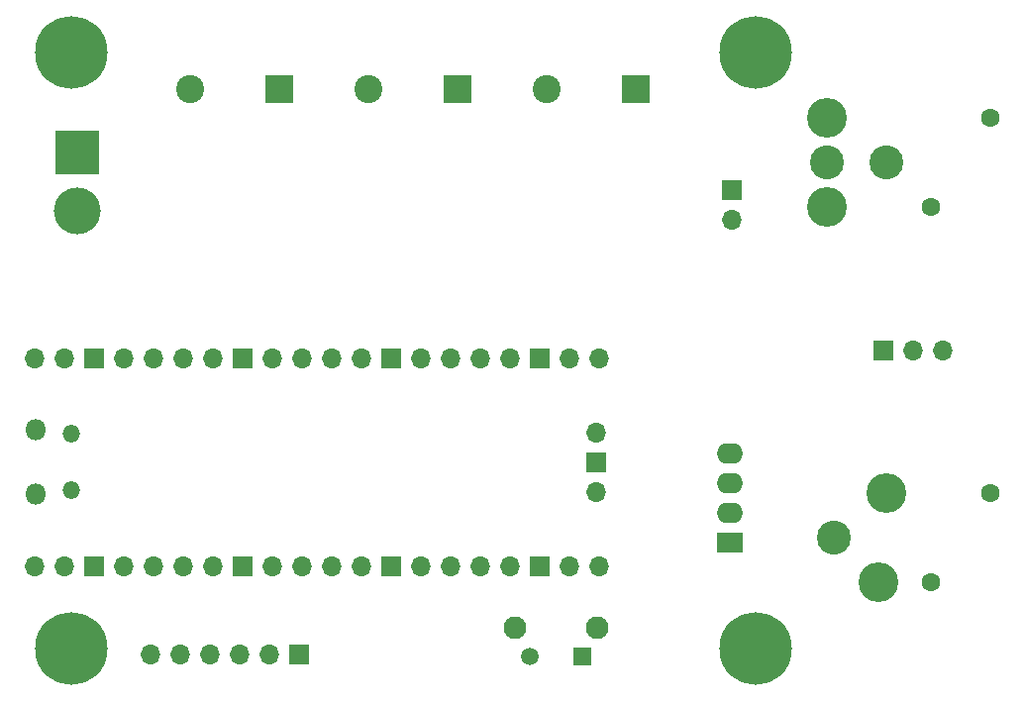
<source format=gbr>
%TF.GenerationSoftware,KiCad,Pcbnew,(6.0.0-0)*%
%TF.CreationDate,2022-10-24T17:37:50+01:00*%
%TF.ProjectId,PicoPyro,5069636f-5079-4726-9f2e-6b696361645f,rev?*%
%TF.SameCoordinates,Original*%
%TF.FileFunction,Soldermask,Bot*%
%TF.FilePolarity,Negative*%
%FSLAX46Y46*%
G04 Gerber Fmt 4.6, Leading zero omitted, Abs format (unit mm)*
G04 Created by KiCad (PCBNEW (6.0.0-0)) date 2022-10-24 17:37:50*
%MOMM*%
%LPD*%
G01*
G04 APERTURE LIST*
%ADD10R,1.500000X1.500000*%
%ADD11C,1.500000*%
%ADD12C,1.950000*%
%ADD13R,2.400000X2.400000*%
%ADD14C,2.400000*%
%ADD15R,1.700000X1.700000*%
%ADD16O,1.700000X1.700000*%
%ADD17O,1.500000X1.500000*%
%ADD18O,1.800000X1.800000*%
%ADD19C,4.000000*%
%ADD20R,3.800000X3.800000*%
%ADD21C,6.200000*%
%ADD22R,2.250000X1.750000*%
%ADD23O,2.250000X1.750000*%
%ADD24C,3.400000*%
%ADD25C,2.900000*%
%ADD26C,1.600000*%
G04 APERTURE END LIST*
D10*
%TO.C,S701*%
X174750000Y-115162500D03*
D11*
X170250000Y-115162500D03*
D12*
X176000000Y-112662500D03*
X169000000Y-112662500D03*
%TD*%
D13*
%TO.C,J501*%
X179300000Y-66600000D03*
D14*
X171680000Y-66600000D03*
%TD*%
D13*
%TO.C,J202*%
X148810000Y-66600000D03*
D14*
X141190000Y-66600000D03*
%TD*%
D13*
%TO.C,J201*%
X164060000Y-66600000D03*
D14*
X156440000Y-66600000D03*
%TD*%
D15*
%TO.C,J503*%
X187500000Y-75225000D03*
D16*
X187500000Y-77765000D03*
%TD*%
%TO.C,U001*%
X175900000Y-95960000D03*
D15*
X175900000Y-98500000D03*
D16*
X175900000Y-101040000D03*
X127870000Y-89610000D03*
X130410000Y-89610000D03*
D15*
X132950000Y-89610000D03*
D16*
X135490000Y-89610000D03*
X138030000Y-89610000D03*
X140570000Y-89610000D03*
X143110000Y-89610000D03*
D15*
X145650000Y-89610000D03*
D16*
X148190000Y-89610000D03*
X150730000Y-89610000D03*
X153270000Y-89610000D03*
X155810000Y-89610000D03*
D15*
X158350000Y-89610000D03*
D16*
X160890000Y-89610000D03*
X163430000Y-89610000D03*
X165970000Y-89610000D03*
X168510000Y-89610000D03*
D15*
X171050000Y-89610000D03*
D16*
X173590000Y-89610000D03*
X176130000Y-89610000D03*
X176130000Y-107390000D03*
X173590000Y-107390000D03*
D15*
X171050000Y-107390000D03*
D16*
X168510000Y-107390000D03*
X165970000Y-107390000D03*
X163430000Y-107390000D03*
X160890000Y-107390000D03*
D15*
X158350000Y-107390000D03*
D16*
X155810000Y-107390000D03*
X153270000Y-107390000D03*
X150730000Y-107390000D03*
X148190000Y-107390000D03*
D15*
X145650000Y-107390000D03*
D16*
X143110000Y-107390000D03*
X140570000Y-107390000D03*
X138030000Y-107390000D03*
X135490000Y-107390000D03*
D15*
X132950000Y-107390000D03*
D16*
X130410000Y-107390000D03*
X127870000Y-107390000D03*
D17*
X131030000Y-96075000D03*
X131030000Y-100925000D03*
D18*
X128000000Y-101225000D03*
X128000000Y-95775000D03*
%TD*%
D19*
%TO.C,J502*%
X131500000Y-77000000D03*
D20*
X131500000Y-72000000D03*
%TD*%
D21*
%TO.C,*%
X189500000Y-114500000D03*
%TD*%
%TO.C,*%
X189500000Y-63500000D03*
%TD*%
%TO.C,*%
X131000000Y-114500000D03*
%TD*%
%TO.C,*%
X131000000Y-63500000D03*
%TD*%
D22*
%TO.C,PS101*%
X187342500Y-105357500D03*
D23*
X187342500Y-102817500D03*
X187342500Y-100277500D03*
X187342500Y-97737500D03*
%TD*%
D15*
%TO.C,J103*%
X200475000Y-89000000D03*
D16*
X203015000Y-89000000D03*
X205555000Y-89000000D03*
%TD*%
D24*
%TO.C,J102*%
X195610000Y-69040000D03*
X195610000Y-76660000D03*
D25*
X195610000Y-72850000D03*
D26*
X209580000Y-69040000D03*
X204500000Y-76660000D03*
D25*
X200690000Y-72850000D03*
%TD*%
D26*
%TO.C,J101*%
X204510000Y-108810000D03*
X209590000Y-101190000D03*
D25*
X196250000Y-105000000D03*
D24*
X200065000Y-108810000D03*
X200700000Y-101190000D03*
%TD*%
D16*
%TO.C,J001*%
X137800000Y-115000000D03*
X140340000Y-115000000D03*
X142880000Y-115000000D03*
X145420000Y-115000000D03*
X147960000Y-115000000D03*
D15*
X150500000Y-115000000D03*
%TD*%
M02*

</source>
